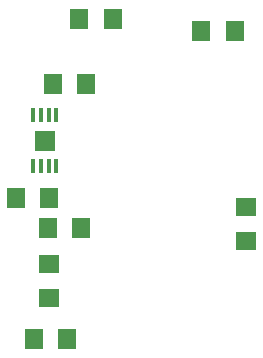
<source format=gbp>
G75*
%MOIN*%
%OFA0B0*%
%FSLAX24Y24*%
%IPPOS*%
%LPD*%
%AMOC8*
5,1,8,0,0,1.08239X$1,22.5*
%
%ADD10R,0.0630X0.0710*%
%ADD11R,0.0710X0.0630*%
%ADD12R,0.0630X0.0709*%
%ADD13R,0.0157X0.0472*%
%ADD14R,0.0650X0.0669*%
D10*
X003491Y019164D03*
X004611Y019164D03*
X005613Y025125D03*
X006733Y025125D03*
X009664Y024724D03*
X010784Y024724D03*
D11*
X011177Y018846D03*
X011177Y017727D03*
X004610Y016941D03*
X004610Y015821D03*
D12*
X004114Y014456D03*
X005216Y014456D03*
X005677Y018157D03*
X004574Y018157D03*
X004748Y022960D03*
X005850Y022960D03*
D13*
X004848Y021907D03*
X004592Y021907D03*
X004336Y021907D03*
X004080Y021907D03*
X004080Y020209D03*
X004336Y020209D03*
X004592Y020209D03*
X004848Y020209D03*
D14*
X004464Y021058D03*
M02*

</source>
